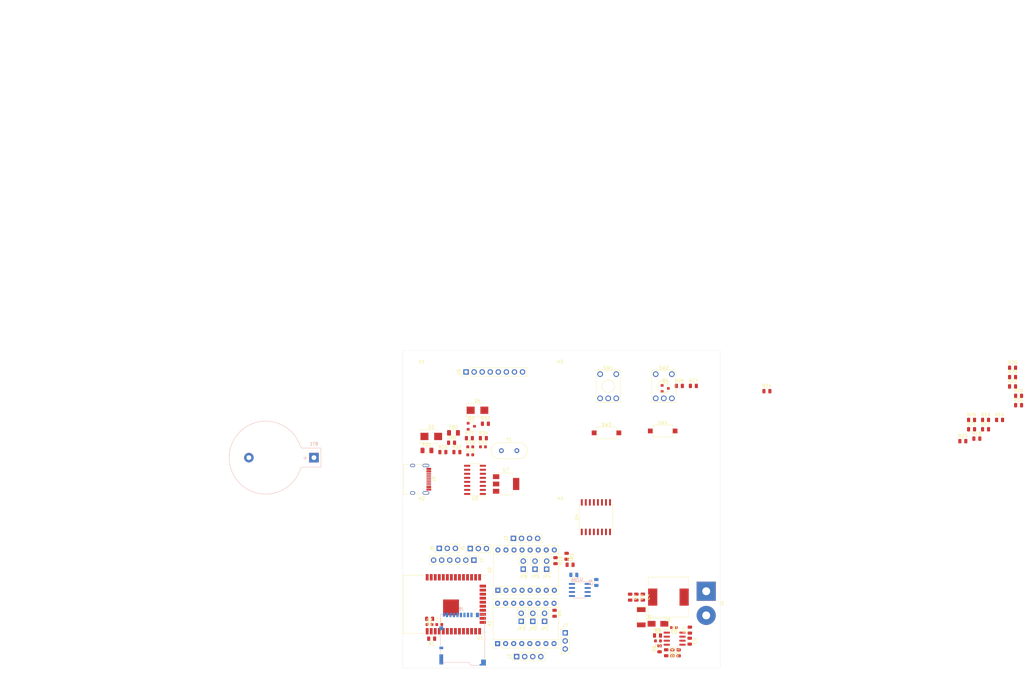
<source format=kicad_pcb>
(kicad_pcb (version 20171130) (host pcbnew 5.1.5)
  (layers (0 F.Cu signal) (31 B.Cu signal) (34 B.Paste user) (35 F.Paste user) (36 B.SilkS user) (37 F.SilkS user) (38 B.Mask user) (39 F.Mask user) (44 Edge.Cuts user))
  (net 0 "")
  (net 1 /DIR2)
  (net 2 +28V)
  (net 3 /STEP2)
  (net 4 GND)
  (net 5 "Net-(A1-Pad13)")
  (net 6 "Net-(A1-Pad6)")
  (net 7 "Net-(A1-Pad5)")
  (net 8 "Net-(A1-Pad12)")
  (net 9 "Net-(A1-Pad4)")
  (net 10 "Net-(A1-Pad11)")
  (net 11 "Net-(A1-Pad3)")
  (net 12 "Net-(A1-Pad10)")
  (net 13 +3V3)
  (net 14 /EN2)
  (net 15 /DIR1)
  (net 16 /STEP1)
  (net 17 "Net-(A2-Pad13)")
  (net 18 "Net-(A2-Pad6)")
  (net 19 "Net-(A2-Pad5)")
  (net 20 "Net-(A2-Pad12)")
  (net 21 "Net-(A2-Pad4)")
  (net 22 "Net-(A2-Pad11)")
  (net 23 "Net-(A2-Pad3)")
  (net 24 "Net-(A2-Pad10)")
  (net 25 /EN1)
  (net 26 "Net-(BT1-Pad1)")
  (net 27 /RTS)
  (net 28 "Net-(C5-Pad2)")
  (net 29 "Net-(C5-Pad1)")
  (net 30 "Net-(C8-Pad2)")
  (net 31 "Net-(C8-Pad1)")
  (net 32 /TX0)
  (net 33 /RX0)
  (net 34 /DTR)
  (net 35 /RX1)
  (net 36 /TX1)
  (net 37 /RX2)
  (net 38 /TX2)
  (net 39 /SCL)
  (net 40 /SDA)
  (net 41 /V_BAT_SENSE)
  (net 42 "Net-(R7-Pad2)")
  (net 43 "Net-(R11-Pad1)")
  (net 44 "Net-(R13-Pad2)")
  (net 45 "Net-(U1-Pad32)")
  (net 46 /RTC_RST)
  (net 47 "Net-(U1-Pad22)")
  (net 48 "Net-(U1-Pad21)")
  (net 49 "Net-(U1-Pad20)")
  (net 50 "Net-(U1-Pad19)")
  (net 51 "Net-(U1-Pad18)")
  (net 52 "Net-(U1-Pad17)")
  (net 53 "Net-(U2-Pad3)")
  (net 54 "Net-(U2-Pad1)")
  (net 55 "Net-(J8-Pad10)")
  (net 56 /SD_D1)
  (net 57 /SD_D0)
  (net 58 /SD_CLK)
  (net 59 /SD_CMD)
  (net 60 /SD_D3)
  (net 61 "Net-(J8-Pad9)")
  (net 62 /SD_D2)
  (net 63 /LCD_BACKLIGHT)
  (net 64 "Net-(Q1-Pad1)")
  (net 65 /PUSH1)
  (net 66 "Net-(R16-Pad1)")
  (net 67 /ROTARY2_A)
  (net 68 /ROTARY1_A)
  (net 69 /ROTARY2_B)
  (net 70 /ROTARY1_B)
  (net 71 /ROTARY1_PUSH)
  (net 72 /ROTARY2_PUSH)
  (net 73 /RST_5110)
  (net 74 /DC_5110)
  (net 75 /CE_5110)
  (net 76 /SPI_MOSI)
  (net 77 /SPI_SCK)
  (net 78 "Net-(U4-Pad13)")
  (net 79 "Net-(C10-Pad2)")
  (net 80 "Net-(C11-Pad1)")
  (net 81 "Net-(C12-Pad1)")
  (net 82 /USB_D+)
  (net 83 /USB_D-)
  (net 84 "Net-(FB1-Pad1)")
  (net 85 "Net-(FB2-Pad2)")
  (net 86 /VBUS)
  (net 87 /3.3V_USB)
  (net 88 "Net-(J9-PadA5)")
  (net 89 "Net-(J9-PadB5)")
  (net 90 "Net-(R32-Pad2)")
  (net 91 "Net-(U5-Pad15)")
  (net 92 "Net-(U5-Pad12)")
  (net 93 "Net-(U5-Pad11)")
  (net 94 "Net-(U5-Pad10)")
  (net 95 "Net-(U5-Pad9)")
  (net 96 "Net-(J9-PadB8)")
  (net 97 "Net-(J9-PadA8)")
  (module Connector_USB:USB_C_Receptacle_HRO_TYPE-C-31-M-12 (layer F.Cu) (at 65.8 87.7 270)
    (fp_text reference J9 (at 0 -5.645 90) (layer F.SilkS))
    (fp_text value USB_C_Receptacle_USB2.0)
    (pad B1 smd rect (at 3.25 -4.045 270) (size 0.6 1.45) (layers F.Cu F.Paste F.Mask) (net 84 "Net-(FB1-Pad1)"))
    (pad A9 smd rect (at 2.45 -4.045 270) (size 0.6 1.45) (layers F.Cu F.Paste F.Mask) (net 85 "Net-(FB2-Pad2)"))
    (pad B9 smd rect (at -2.45 -4.045 270) (size 0.6 1.45) (layers F.Cu F.Paste F.Mask) (net 85 "Net-(FB2-Pad2)"))
    (pad B12 smd rect (at -3.25 -4.045 270) (size 0.6 1.45) (layers F.Cu F.Paste F.Mask) (net 84 "Net-(FB1-Pad1)"))
    (pad A1 smd rect (at -3.25 -4.045 270) (size 0.6 1.45) (layers F.Cu F.Paste F.Mask) (net 84 "Net-(FB1-Pad1)"))
    (pad A4 smd rect (at -2.45 -4.045 270) (size 0.6 1.45) (layers F.Cu F.Paste F.Mask) (net 85 "Net-(FB2-Pad2)"))
    (pad B4 smd rect (at 2.45 -4.045 270) (size 0.6 1.45) (layers F.Cu F.Paste F.Mask) (net 85 "Net-(FB2-Pad2)"))
    (pad A12 smd rect (at 3.25 -4.045 270) (size 0.6 1.45) (layers F.Cu F.Paste F.Mask) (net 84 "Net-(FB1-Pad1)"))
    (pad B8 smd rect (at -1.75 -4.045 270) (size 0.3 1.45) (layers F.Cu F.Paste F.Mask) (net 96 "Net-(J9-PadB8)"))
    (pad A5 smd rect (at -1.25 -4.045 270) (size 0.3 1.45) (layers F.Cu F.Paste F.Mask) (net 88 "Net-(J9-PadA5)"))
    (pad B7 smd rect (at -0.75 -4.045 270) (size 0.3 1.45) (layers F.Cu F.Paste F.Mask) (net 83 /USB_D-))
    (pad A7 smd rect (at 0.25 -4.045 270) (size 0.3 1.45) (layers F.Cu F.Paste F.Mask) (net 83 /USB_D-))
    (pad B6 smd rect (at 0.75 -4.045 270) (size 0.3 1.45) (layers F.Cu F.Paste F.Mask) (net 82 /USB_D+))
    (pad A8 smd rect (at 1.25 -4.045 270) (size 0.3 1.45) (layers F.Cu F.Paste F.Mask) (net 97 "Net-(J9-PadA8)"))
    (pad B5 smd rect (at 1.75 -4.045 270) (size 0.3 1.45) (layers F.Cu F.Paste F.Mask) (net 89 "Net-(J9-PadB5)"))
    (pad A6 smd rect (at -0.25 -4.045 270) (size 0.3 1.45) (layers F.Cu F.Paste F.Mask) (net 82 /USB_D+))
    (pad S1 thru_hole oval (at 4.32 -3.13 270) (size 1 2.1) (drill oval 0.6 1.7) (layers *.Cu *.Mask) (net 79 "Net-(C10-Pad2)"))
    (pad S1 thru_hole oval (at -4.32 -3.13 270) (size 1 2.1) (drill oval 0.6 1.7) (layers *.Cu *.Mask) (net 79 "Net-(C10-Pad2)"))
    (pad "" np_thru_hole circle (at -2.89 -2.6 270) (size 0.65 0.65) (drill 0.65) (layers *.Cu *.Mask))
    (pad S1 thru_hole oval (at -4.32 1.05 270) (size 1 1.6) (drill oval 0.6 1.2) (layers *.Cu *.Mask) (net 79 "Net-(C10-Pad2)"))
    (pad "" np_thru_hole circle (at 2.89 -2.6 270) (size 0.65 0.65) (drill 0.65) (layers *.Cu *.Mask))
    (pad S1 thru_hole oval (at 4.32 1.05 270) (size 1 1.6) (drill oval 0.6 1.2) (layers *.Cu *.Mask) (net 79 "Net-(C10-Pad2)"))
  )
  (module Crystal:Crystal_HC49-4H_Vertical (layer F.Cu) (at 92.7 78.7)
    (fp_text reference Y1 (at 2.44 -3.525) (layer F.SilkS))
    (fp_text value 12MHz)
    (pad 2 thru_hole circle (at 4.88 0) (size 1.5 1.5) (drill 0.8) (layers *.Cu *.Mask) (net 81 "Net-(C12-Pad1)"))
    (pad 1 thru_hole circle (at 0 0) (size 1.5 1.5) (drill 0.8) (layers *.Cu *.Mask) (net 80 "Net-(C11-Pad1)"))
  )
  (module Package_TO_SOT_SMD:SOT-223 (layer F.Cu) (at 94.2 89.2)
    (fp_text reference U7 (at 0 -4.5) (layer F.SilkS))
    (fp_text value AMS1117)
    (pad 1 smd rect (at -3.15 -2.3) (size 2 1.5) (layers F.Cu F.Paste F.Mask) (net 90 "Net-(R32-Pad2)"))
    (pad 3 smd rect (at -3.15 2.3) (size 2 1.5) (layers F.Cu F.Paste F.Mask) (net 86 /VBUS))
    (pad 2 smd rect (at -3.15 0) (size 2 1.5) (layers F.Cu F.Paste F.Mask) (net 87 /3.3V_USB))
    (pad 4 smd rect (at 3.15 0) (size 2 3.8) (layers F.Cu F.Paste F.Mask) (net 87 /3.3V_USB))
  )
  (module Package_SO:SOIC-16_3.9x9.9mm_P1.27mm (layer F.Cu) (at 84.4 87.9 180)
    (fp_text reference U5 (at 0 -5.9) (layer F.SilkS))
    (fp_text value CH340G)
    (pad 16 smd roundrect (at 2.475 -4.445 180) (size 1.95 0.6) (layers F.Cu F.Paste F.Mask) (net 13 +3V3))
    (pad 15 smd roundrect (at 2.475 -3.175 180) (size 1.95 0.6) (layers F.Cu F.Paste F.Mask) (net 91 "Net-(U5-Pad15)"))
    (pad 14 smd roundrect (at 2.475 -1.905 180) (size 1.95 0.6) (layers F.Cu F.Paste F.Mask) (net 27 /RTS))
    (pad 13 smd roundrect (at 2.475 -0.635 180) (size 1.95 0.6) (layers F.Cu F.Paste F.Mask) (net 34 /DTR))
    (pad 12 smd roundrect (at 2.475 0.635 180) (size 1.95 0.6) (layers F.Cu F.Paste F.Mask) (net 92 "Net-(U5-Pad12)"))
    (pad 11 smd roundrect (at 2.475 1.905 180) (size 1.95 0.6) (layers F.Cu F.Paste F.Mask) (net 93 "Net-(U5-Pad11)"))
    (pad 10 smd roundrect (at 2.475 3.175 180) (size 1.95 0.6) (layers F.Cu F.Paste F.Mask) (net 94 "Net-(U5-Pad10)"))
    (pad 9 smd roundrect (at 2.475 4.445 180) (size 1.95 0.6) (layers F.Cu F.Paste F.Mask) (net 95 "Net-(U5-Pad9)"))
    (pad 8 smd roundrect (at -2.475 4.445 180) (size 1.95 0.6) (layers F.Cu F.Paste F.Mask) (net 81 "Net-(C12-Pad1)"))
    (pad 7 smd roundrect (at -2.475 3.175 180) (size 1.95 0.6) (layers F.Cu F.Paste F.Mask) (net 80 "Net-(C11-Pad1)"))
    (pad 6 smd roundrect (at -2.475 1.905 180) (size 1.95 0.6) (layers F.Cu F.Paste F.Mask) (net 83 /USB_D-))
    (pad 5 smd roundrect (at -2.475 0.635 180) (size 1.95 0.6) (layers F.Cu F.Paste F.Mask) (net 82 /USB_D+))
    (pad 4 smd roundrect (at -2.475 -0.635 180) (size 1.95 0.6) (layers F.Cu F.Paste F.Mask) (net 13 +3V3))
    (pad 3 smd roundrect (at -2.475 -1.905 180) (size 1.95 0.6) (layers F.Cu F.Paste F.Mask) (net 32 /TX0))
    (pad 2 smd roundrect (at -2.475 -3.175 180) (size 1.95 0.6) (layers F.Cu F.Paste F.Mask) (net 33 /RX0))
    (pad 1 smd roundrect (at -2.475 -4.445 180) (size 1.95 0.6) (layers F.Cu F.Paste F.Mask) (net 4 GND))
  )
  (module Resistor_SMD:R_0805_2012Metric (layer F.Cu) (at 87.04 74.77)
    (fp_text reference R34 (at 0 -1.65) (layer F.SilkS))
    (fp_text value R)
    (pad 2 smd roundrect (at 0.9375 0) (size 0.975 1.4) (layers F.Cu F.Paste F.Mask) (net 4 GND))
    (pad 1 smd roundrect (at -0.9375 0) (size 0.975 1.4) (layers F.Cu F.Paste F.Mask) (net 2 +28V))
  )
  (module Resistor_SMD:R_0805_2012Metric (layer F.Cu) (at 87.67 70.22)
    (fp_text reference R33 (at 0 -1.65) (layer F.SilkS))
    (fp_text value R)
    (pad 2 smd roundrect (at 0.9375 0) (size 0.975 1.4) (layers F.Cu F.Paste F.Mask) (net 4 GND))
    (pad 1 smd roundrect (at -0.9375 0) (size 0.975 1.4) (layers F.Cu F.Paste F.Mask) (net 90 "Net-(R32-Pad2)"))
  )
  (module Resistor_SMD:R_0805_2012Metric (layer F.Cu) (at 78.69 79.16)
    (fp_text reference R32 (at 0 -1.65) (layer F.SilkS))
    (fp_text value R)
    (pad 2 smd roundrect (at 0.9375 0) (size 0.975 1.4) (layers F.Cu F.Paste F.Mask) (net 90 "Net-(R32-Pad2)"))
    (pad 1 smd roundrect (at -0.9375 0) (size 0.975 1.4) (layers F.Cu F.Paste F.Mask) (net 87 /3.3V_USB))
  )
  (module Resistor_SMD:R_0805_2012Metric (layer F.Cu) (at 82.63 74.77)
    (fp_text reference R31 (at 0 -1.65) (layer F.SilkS))
    (fp_text value R)
    (pad 2 smd roundrect (at 0.9375 0) (size 0.975 1.4) (layers F.Cu F.Paste F.Mask) (net 89 "Net-(J9-PadB5)"))
    (pad 1 smd roundrect (at -0.9375 0) (size 0.975 1.4) (layers F.Cu F.Paste F.Mask) (net 4 GND))
  )
  (module Resistor_SMD:R_0805_2012Metric (layer F.Cu) (at 77.02 76.21)
    (fp_text reference R30 (at 0 -1.65) (layer F.SilkS))
    (fp_text value R)
    (pad 2 smd roundrect (at 0.9375 0) (size 0.975 1.4) (layers F.Cu F.Paste F.Mask) (net 88 "Net-(J9-PadA5)"))
    (pad 1 smd roundrect (at -0.9375 0) (size 0.975 1.4) (layers F.Cu F.Paste F.Mask) (net 4 GND))
  )
  (module Resistor_SMD:R_0805_2012Metric (layer F.Cu) (at 74.28 79.16)
    (fp_text reference R15 (at 0 -1.65) (layer F.SilkS))
    (fp_text value R)
    (pad 2 smd roundrect (at 0.9375 0) (size 0.975 1.4) (layers F.Cu F.Paste F.Mask) (net 4 GND))
    (pad 1 smd roundrect (at -0.9375 0) (size 0.975 1.4) (layers F.Cu F.Paste F.Mask) (net 79 "Net-(C10-Pad2)"))
  )
  (module Package_TO_SOT_SMD:SOT-23 (layer F.Cu) (at 83.24 71.02)
    (fp_text reference Q2 (at 0 -2.5) (layer F.SilkS))
    (fp_text value Q_PMOS_DGS)
    (pad 3 smd rect (at 1 0) (size 0.9 0.8) (layers F.Cu F.Paste F.Mask) (net 13 +3V3))
    (pad 2 smd rect (at -1 0.95) (size 0.9 0.8) (layers F.Cu F.Paste F.Mask) (net 2 +28V))
    (pad 1 smd rect (at -1 -0.95) (size 0.9 0.8) (layers F.Cu F.Paste F.Mask) (net 87 /3.3V_USB))
  )
  (module Inductor_SMD:L_1206_3216Metric (layer F.Cu) (at 77.62 73.09)
    (fp_text reference FB2 (at 0 -1.82) (layer F.SilkS))
    (fp_text value Ferrite_Bead)
    (pad 2 smd roundrect (at 1.4 0) (size 1.25 1.75) (layers F.Cu F.Paste F.Mask) (roundrect_rratio 0.2) (net 85 "Net-(FB2-Pad2)"))
    (pad 1 smd roundrect (at -1.4 0) (size 1.25 1.75) (layers F.Cu F.Paste F.Mask) (roundrect_rratio 0.2) (net 86 /VBUS))
  )
  (module Inductor_SMD:L_1206_3216Metric (layer F.Cu) (at 69.27 78.64)
    (fp_text reference FB1 (at 0 -1.82) (layer F.SilkS))
    (fp_text value Ferrite_Bead)
    (pad 2 smd roundrect (at 1.4 0) (size 1.25 1.75) (layers F.Cu F.Paste F.Mask) (roundrect_rratio 0.2) (net 4 GND))
    (pad 1 smd roundrect (at -1.4 0) (size 1.25 1.75) (layers F.Cu F.Paste F.Mask) (roundrect_rratio 0.2) (net 84 "Net-(FB1-Pad1)"))
  )
  (module Diode_SMD:D_SMB (layer F.Cu) (at 85.19 65.97)
    (fp_text reference D4 (at 0 -3) (layer F.SilkS))
    (fp_text value D_TVS)
    (pad 2 smd rect (at 2.15 0) (size 2.5 2.3) (layers F.Cu F.Paste F.Mask) (net 83 /USB_D-))
    (pad 1 smd rect (at -2.15 0) (size 2.5 2.3) (layers F.Cu F.Paste F.Mask) (net 4 GND))
  )
  (module Diode_SMD:D_SMB (layer F.Cu) (at 70.64 74.22)
    (fp_text reference D3 (at 0 -3) (layer F.SilkS))
    (fp_text value D_TVS)
    (pad 2 smd rect (at 2.15 0) (size 2.5 2.3) (layers F.Cu F.Paste F.Mask) (net 4 GND))
    (pad 1 smd rect (at -2.15 0) (size 2.5 2.3) (layers F.Cu F.Paste F.Mask) (net 82 /USB_D+))
  )
  (module Capacitor_SMD:C_0603_1608Metric (layer F.Cu) (at 82.9 80.01)
    (fp_text reference C12 (at 0 -1.43) (layer F.SilkS))
    (fp_text value C)
    (pad 2 smd roundrect (at 0.7875 0) (size 0.875 0.95) (layers F.Cu F.Paste F.Mask) (net 4 GND))
    (pad 1 smd roundrect (at -0.7875 0) (size 0.875 0.95) (layers F.Cu F.Paste F.Mask) (net 81 "Net-(C12-Pad1)"))
  )
  (module Capacitor_SMD:C_0603_1608Metric (layer F.Cu) (at 86.91 77.5)
    (fp_text reference C11 (at 0 -1.43) (layer F.SilkS))
    (fp_text value C)
    (pad 2 smd roundrect (at 0.7875 0) (size 0.875 0.95) (layers F.Cu F.Paste F.Mask) (net 4 GND))
    (pad 1 smd roundrect (at -0.7875 0) (size 0.875 0.95) (layers F.Cu F.Paste F.Mask) (net 80 "Net-(C11-Pad1)"))
  )
  (module Capacitor_SMD:C_0603_1608Metric (layer F.Cu) (at 82.9 77.5)
    (fp_text reference C10 (at 0 -1.43) (layer F.SilkS))
    (fp_text value 0.1µF)
    (pad 2 smd roundrect (at 0.7875 0) (size 0.875 0.95) (layers F.Cu F.Paste F.Mask) (net 79 "Net-(C10-Pad2)"))
    (pad 1 smd roundrect (at -0.7875 0) (size 0.875 0.95) (layers F.Cu F.Paste F.Mask) (net 4 GND))
  )
  (module MountingHole:MountingHole_2.2mm_M2 (layer F.Cu) (at 111.3 97)
    (fp_text reference H4 (at 0 -3.2) (layer F.SilkS))
    (fp_text value MountingHole)
    (pad 1 np_thru_hole circle (at 0 0) (size 2.2 2.2) (drill 2.2) (layers *.Cu *.Mask))
  )
  (module MountingHole:MountingHole_2.2mm_M2 (layer F.Cu) (at 111.2 53.9)
    (fp_text reference H3 (at 0 -3.2) (layer F.SilkS))
    (fp_text value MountingHole)
    (pad 1 np_thru_hole circle (at 0 0) (size 2.2 2.2) (drill 2.2) (layers *.Cu *.Mask))
  )
  (module MountingHole:MountingHole_2.2mm_M2 (layer F.Cu) (at 67.6 97)
    (fp_text reference H2 (at 0 -3.2) (layer F.SilkS))
    (fp_text value MountingHole)
    (pad 1 np_thru_hole circle (at 0 0) (size 2.2 2.2) (drill 2.2) (layers *.Cu *.Mask))
  )
  (module MountingHole:MountingHole_2.2mm_M2 (layer F.Cu) (at 67.6 53.9)
    (fp_text reference H1 (at 0 -3.2) (layer F.SilkS))
    (fp_text value MountingHole)
    (pad 1 np_thru_hole circle (at 0 0) (size 2.2 2.2) (drill 2.2) (layers *.Cu *.Mask))
  )
  (module Button_Switch_THT:KSA_Tactile_SPST (layer F.Cu) (at 141.3 54.6)
    (fp_text reference SW2 (at 2.54 -2) (layer F.SilkS))
    (fp_text value Rotary_Encoder_Switch)
    (pad 5 thru_hole circle (at 0 7.62) (size 1.778 1.778) (drill 1.143) (layers *.Cu *.Mask) (net 67 /ROTARY2_A))
    (pad 4 thru_hole circle (at 2.54 7.62) (size 1.778 1.778) (drill 1.143) (layers *.Cu *.Mask) (net 4 GND))
    (pad 3 thru_hole circle (at 5.08 7.62) (size 1.778 1.778) (drill 1.143) (layers *.Cu *.Mask) (net 69 /ROTARY2_B))
    (pad 2 thru_hole circle (at 5.08 0) (size 1.778 1.778) (drill 1.143) (layers *.Cu *.Mask) (net 4 GND))
    (pad 1 thru_hole circle (at 0 0) (size 1.778 1.778) (drill 1.143) (layers *.Cu *.Mask) (net 72 /ROTARY2_PUSH))
  )
  (module Button_Switch_THT:KSA_Tactile_SPST (layer F.Cu) (at 123.8 54.6)
    (fp_text reference SW1 (at 2.54 -2) (layer F.SilkS))
    (fp_text value Rotary_Encoder_Switch)
    (pad 5 thru_hole circle (at 0 7.62) (size 1.778 1.778) (drill 1.143) (layers *.Cu *.Mask) (net 68 /ROTARY1_A))
    (pad 4 thru_hole circle (at 2.54 7.62) (size 1.778 1.778) (drill 1.143) (layers *.Cu *.Mask) (net 4 GND))
    (pad 3 thru_hole circle (at 5.08 7.62) (size 1.778 1.778) (drill 1.143) (layers *.Cu *.Mask) (net 70 /ROTARY1_B))
    (pad 2 thru_hole circle (at 5.08 0) (size 1.778 1.778) (drill 1.143) (layers *.Cu *.Mask) (net 4 GND))
    (pad 1 thru_hole circle (at 0 0) (size 1.778 1.778) (drill 1.143) (layers *.Cu *.Mask) (net 71 /ROTARY1_PUSH))
  )
  (module Connector_PinHeader_2.54mm:PinHeader_1x08_P2.54mm_Vertical (layer F.Cu) (at 81.58 53.9 90)
    (fp_text reference U6 (at 0 -2.33 90) (layer F.SilkS))
    (fp_text value 5110)
    (pad 8 thru_hole oval (at 0 17.78 90) (size 1.7 1.7) (drill 1) (layers *.Cu *.Mask) (net 4 GND))
    (pad 7 thru_hole oval (at 0 15.24 90) (size 1.7 1.7) (drill 1) (layers *.Cu *.Mask) (net 66 "Net-(R16-Pad1)"))
    (pad 6 thru_hole oval (at 0 12.7 90) (size 1.7 1.7) (drill 1) (layers *.Cu *.Mask) (net 13 +3V3))
    (pad 5 thru_hole oval (at 0 10.16 90) (size 1.7 1.7) (drill 1) (layers *.Cu *.Mask) (net 77 /SPI_SCK))
    (pad 4 thru_hole oval (at 0 7.62 90) (size 1.7 1.7) (drill 1) (layers *.Cu *.Mask) (net 76 /SPI_MOSI))
    (pad 3 thru_hole oval (at 0 5.08 90) (size 1.7 1.7) (drill 1) (layers *.Cu *.Mask) (net 74 /DC_5110))
    (pad 2 thru_hole oval (at 0 2.54 90) (size 1.7 1.7) (drill 1) (layers *.Cu *.Mask) (net 75 /CE_5110))
    (pad 1 thru_hole rect (at 0 0 90) (size 1.7 1.7) (drill 1) (layers *.Cu *.Mask) (net 73 /RST_5110))
  )
  (module Package_SO:SOIC-16W_7.5x10.3mm_P1.27mm (layer F.Cu) (at 122.465 99.65 90)
    (fp_text reference U4 (at 0 -6.1 90) (layer F.SilkS))
    (fp_text value PCF8574)
    (pad 16 smd roundrect (at 4.65 -4.445 90) (size 2.05 0.6) (layers F.Cu F.Paste F.Mask) (net 13 +3V3))
    (pad 15 smd roundrect (at 4.65 -3.175 90) (size 2.05 0.6) (layers F.Cu F.Paste F.Mask) (net 40 /SDA))
    (pad 14 smd roundrect (at 4.65 -1.905 90) (size 2.05 0.6) (layers F.Cu F.Paste F.Mask) (net 39 /SCL))
    (pad 13 smd roundrect (at 4.65 -0.635 90) (size 2.05 0.6) (layers F.Cu F.Paste F.Mask) (net 78 "Net-(U4-Pad13)"))
    (pad 12 smd roundrect (at 4.65 0.635 90) (size 2.05 0.6) (layers F.Cu F.Paste F.Mask) (net 46 /RTC_RST))
    (pad 11 smd roundrect (at 4.65 1.905 90) (size 2.05 0.6) (layers F.Cu F.Paste F.Mask) (net 73 /RST_5110))
    (pad 10 smd roundrect (at 4.65 3.175 90) (size 2.05 0.6) (layers F.Cu F.Paste F.Mask) (net 69 /ROTARY2_B))
    (pad 9 smd roundrect (at 4.65 4.445 90) (size 2.05 0.6) (layers F.Cu F.Paste F.Mask) (net 70 /ROTARY1_B))
    (pad 8 smd roundrect (at -4.65 4.445 90) (size 2.05 0.6) (layers F.Cu F.Paste F.Mask) (net 4 GND))
    (pad 7 smd roundrect (at -4.65 3.175 90) (size 2.05 0.6) (layers F.Cu F.Paste F.Mask) (net 68 /ROTARY1_A))
    (pad 6 smd roundrect (at -4.65 1.905 90) (size 2.05 0.6) (layers F.Cu F.Paste F.Mask) (net 67 /ROTARY2_A))
    (pad 5 smd roundrect (at -4.65 0.635 90) (size 2.05 0.6) (layers F.Cu F.Paste F.Mask) (net 71 /ROTARY1_PUSH))
    (pad 4 smd roundrect (at -4.65 -0.635 90) (size 2.05 0.6) (layers F.Cu F.Paste F.Mask) (net 72 /ROTARY2_PUSH))
    (pad 3 smd roundrect (at -4.65 -1.905 90) (size 2.05 0.6) (layers F.Cu F.Paste F.Mask) (net 4 GND))
    (pad 2 smd roundrect (at -4.65 -3.175 90) (size 2.05 0.6) (layers F.Cu F.Paste F.Mask) (net 4 GND))
    (pad 1 smd roundrect (at -4.65 -4.445 90) (size 2.05 0.6) (layers F.Cu F.Paste F.Mask) (net 4 GND))
  )
  (module Button_Switch_SMD:SW_SPST_CK_RS282G05A3 (layer F.Cu) (at 143.5 72.5)
    (fp_text reference SW4 (at 0 -2.6) (layer F.SilkS))
    (fp_text value SW_Push)
    (pad 2 smd rect (at 3.9 0) (size 1.5 1.5) (layers F.Cu F.Paste F.Mask) (net 4 GND))
    (pad 1 smd rect (at -3.9 0) (size 1.5 1.5) (layers F.Cu F.Paste F.Mask) (net 34 /DTR))
  )
  (module Button_Switch_SMD:SW_SPST_CK_RS282G05A3 (layer F.Cu) (at 125.8 73.1)
    (fp_text reference SW3 (at 0 -2.6) (layer F.SilkS))
    (fp_text value SW_Push)
    (pad 2 smd rect (at 3.9 0) (size 1.5 1.5) (layers F.Cu F.Paste F.Mask) (net 4 GND))
    (pad 1 smd rect (at -3.9 0) (size 1.5 1.5) (layers F.Cu F.Paste F.Mask) (net 65 /PUSH1))
  )
  (module Resistor_SMD:R_0805_2012Metric (layer F.Cu) (at 253.66 55.53)
    (fp_text reference R29 (at 0 -1.65) (layer F.SilkS))
    (fp_text value 10k)
    (pad 2 smd roundrect (at 0.9375 0) (size 0.975 1.4) (layers F.Cu F.Paste F.Mask) (net 73 /RST_5110))
    (pad 1 smd roundrect (at -0.9375 0) (size 0.975 1.4) (layers F.Cu F.Paste F.Mask) (net 13 +3V3))
  )
  (module Resistor_SMD:R_0805_2012Metric (layer F.Cu) (at 148.75 58.3)
    (fp_text reference R28 (at 0 -1.65) (layer F.SilkS))
    (fp_text value 10k)
    (pad 2 smd roundrect (at 0.9375 0) (size 0.975 1.4) (layers F.Cu F.Paste F.Mask) (net 72 /ROTARY2_PUSH))
    (pad 1 smd roundrect (at -0.9375 0) (size 0.975 1.4) (layers F.Cu F.Paste F.Mask) (net 13 +3V3))
  )
  (module Resistor_SMD:R_0805_2012Metric (layer F.Cu) (at 153.16 58.3)
    (fp_text reference R27 (at 0 -1.65) (layer F.SilkS))
    (fp_text value 10k)
    (pad 2 smd roundrect (at 0.9375 0) (size 0.975 1.4) (layers F.Cu F.Paste F.Mask) (net 71 /ROTARY1_PUSH))
    (pad 1 smd roundrect (at -0.9375 0) (size 0.975 1.4) (layers F.Cu F.Paste F.Mask) (net 13 +3V3))
  )
  (module Resistor_SMD:R_0805_2012Metric (layer F.Cu) (at 253.66 52.58)
    (fp_text reference R26 (at 0 -1.65) (layer F.SilkS))
    (fp_text value 10k)
    (pad 2 smd roundrect (at 0.9375 0) (size 0.975 1.4) (layers F.Cu F.Paste F.Mask) (net 70 /ROTARY1_B))
    (pad 1 smd roundrect (at -0.9375 0) (size 0.975 1.4) (layers F.Cu F.Paste F.Mask) (net 13 +3V3))
  )
  (module Resistor_SMD:R_0805_2012Metric (layer F.Cu) (at 240.75 69.01)
    (fp_text reference R25 (at 0 -1.65) (layer F.SilkS))
    (fp_text value 10k)
    (pad 2 smd roundrect (at 0.9375 0) (size 0.975 1.4) (layers F.Cu F.Paste F.Mask) (net 69 /ROTARY2_B))
    (pad 1 smd roundrect (at -0.9375 0) (size 0.975 1.4) (layers F.Cu F.Paste F.Mask) (net 13 +3V3))
  )
  (module Resistor_SMD:R_0805_2012Metric (layer F.Cu) (at 176.31 59.96)
    (fp_text reference R24 (at 0 -1.65) (layer F.SilkS))
    (fp_text value 10k)
    (pad 2 smd roundrect (at 0.9375 0) (size 0.975 1.4) (layers F.Cu F.Paste F.Mask) (net 13 +3V3))
    (pad 1 smd roundrect (at -0.9375 0) (size 0.975 1.4) (layers F.Cu F.Paste F.Mask) (net 68 /ROTARY1_A))
  )
  (module Resistor_SMD:R_0805_2012Metric (layer F.Cu) (at 238 75.71)
    (fp_text reference R23 (at 0 -1.65) (layer F.SilkS))
    (fp_text value 10k)
    (pad 2 smd roundrect (at 0.9375 0) (size 0.975 1.4) (layers F.Cu F.Paste F.Mask) (net 13 +3V3))
    (pad 1 smd roundrect (at -0.9375 0) (size 0.975 1.4) (layers F.Cu F.Paste F.Mask) (net 67 /ROTARY2_A))
  )
  (module Resistor_SMD:R_0805_2012Metric (layer F.Cu) (at 253.66 58.48)
    (fp_text reference R22 (at 0 -1.65) (layer F.SilkS))
    (fp_text value 10k)
    (pad 2 smd roundrect (at 0.9375 0) (size 0.975 1.4) (layers F.Cu F.Paste F.Mask) (net 59 /SD_CMD))
    (pad 1 smd roundrect (at -0.9375 0) (size 0.975 1.4) (layers F.Cu F.Paste F.Mask) (net 13 +3V3))
  )
  (module Resistor_SMD:R_0805_2012Metric (layer F.Cu) (at 240.75 71.96)
    (fp_text reference R21 (at 0 -1.65) (layer F.SilkS))
    (fp_text value 10k)
    (pad 2 smd roundrect (at 0.9375 0) (size 0.975 1.4) (layers F.Cu F.Paste F.Mask) (net 58 /SD_CLK))
    (pad 1 smd roundrect (at -0.9375 0) (size 0.975 1.4) (layers F.Cu F.Paste F.Mask) (net 13 +3V3))
  )
  (module Resistor_SMD:R_0805_2012Metric (layer F.Cu) (at 255.56 61.43)
    (fp_text reference R20 (at 0 -1.65) (layer F.SilkS))
    (fp_text value 10k)
    (pad 2 smd roundrect (at 0.9375 0) (size 0.975 1.4) (layers F.Cu F.Paste F.Mask) (net 62 /SD_D2))
    (pad 1 smd roundrect (at -0.9375 0) (size 0.975 1.4) (layers F.Cu F.Paste F.Mask) (net 13 +3V3))
  )
  (module Resistor_SMD:R_0805_2012Metric (layer F.Cu) (at 245.16 69.01)
    (fp_text reference R19 (at 0 -1.65) (layer F.SilkS))
    (fp_text value 10k)
    (pad 2 smd roundrect (at 0.9375 0) (size 0.975 1.4) (layers F.Cu F.Paste F.Mask) (net 60 /SD_D3))
    (pad 1 smd roundrect (at -0.9375 0) (size 0.975 1.4) (layers F.Cu F.Paste F.Mask) (net 13 +3V3))
  )
  (module Resistor_SMD:R_0805_2012Metric (layer F.Cu) (at 242.41 74.91)
    (fp_text reference R18 (at 0 -1.65) (layer F.SilkS))
    (fp_text value 10k)
    (pad 2 smd roundrect (at 0.9375 0) (size 0.975 1.4) (layers F.Cu F.Paste F.Mask) (net 56 /SD_D1))
    (pad 1 smd roundrect (at -0.9375 0) (size 0.975 1.4) (layers F.Cu F.Paste F.Mask) (net 13 +3V3))
  )
  (module Resistor_SMD:R_0805_2012Metric (layer F.Cu) (at 245.16 71.96)
    (fp_text reference R17 (at 0 -1.65) (layer F.SilkS))
    (fp_text value 10k)
    (pad 2 smd roundrect (at 0.9375 0) (size 0.975 1.4) (layers F.Cu F.Paste F.Mask) (net 57 /SD_D0))
    (pad 1 smd roundrect (at -0.9375 0) (size 0.975 1.4) (layers F.Cu F.Paste F.Mask) (net 13 +3V3))
  )
  (module Resistor_SMD:R_0805_2012Metric (layer F.Cu) (at 255.56 64.38)
    (fp_text reference R16 (at 0 -1.65) (layer F.SilkS))
    (fp_text value R)
    (pad 2 smd roundrect (at 0.9375 0) (size 0.975 1.4) (layers F.Cu F.Paste F.Mask) (net 64 "Net-(Q1-Pad1)"))
    (pad 1 smd roundrect (at -0.9375 0) (size 0.975 1.4) (layers F.Cu F.Paste F.Mask) (net 66 "Net-(R16-Pad1)"))
  )
  (module Resistor_SMD:R_0805_2012Metric (layer F.Cu) (at 249.57 69.01)
    (fp_text reference R14 (at 0 -1.65) (layer F.SilkS))
    (fp_text value R)
    (pad 2 smd roundrect (at 0.9375 0) (size 0.975 1.4) (layers F.Cu F.Paste F.Mask) (net 65 /PUSH1))
    (pad 1 smd roundrect (at -0.9375 0) (size 0.975 1.4) (layers F.Cu F.Paste F.Mask) (net 13 +3V3))
  )
  (module Package_TO_SOT_SMD:SOT-23 (layer F.Cu) (at 144.32 59.1)
    (fp_text reference Q1 (at 0 -2.5) (layer F.SilkS))
    (fp_text value Q_PMOS_DGS)
    (pad 3 smd rect (at 1 0) (size 0.9 0.8) (layers F.Cu F.Paste F.Mask) (net 13 +3V3))
    (pad 2 smd rect (at -1 0.95) (size 0.9 0.8) (layers F.Cu F.Paste F.Mask) (net 63 /LCD_BACKLIGHT))
    (pad 1 smd rect (at -1 -0.95) (size 0.9 0.8) (layers F.Cu F.Paste F.Mask) (net 64 "Net-(Q1-Pad1)"))
  )
  (module Connector_Card:microSD_HC_Hirose_DM3BT-DSF-PEJS (layer B.Cu) (at 80.5 138.1 180)
    (fp_text reference J8 (at 0.425 9.525) (layer B.SilkS) (effects (justify mirror)))
    (fp_text value Micro_SD_Card_Det)
    (pad 11 smd rect (at -5.825 -7.825 135) (size 0.2 0.2) (layers B.Cu B.Paste B.Mask) (net 4 GND))
    (pad 10 smd rect (at 6.725 -2.775 180) (size 1.2 0.8) (layers B.Cu B.Paste B.Mask) (net 55 "Net-(J8-Pad10)"))
    (pad 11 smd rect (at -5.575 -8.075 180) (size 0.5 0.5) (layers B.Cu B.Paste B.Mask) (net 4 GND))
    (pad 8 smd rect (at 4.925 7.625 180) (size 0.7 1.4) (layers B.Cu B.Paste B.Mask) (net 56 /SD_D1))
    (pad 7 smd rect (at 3.825 7.625 180) (size 0.7 1.4) (layers B.Cu B.Paste B.Mask) (net 57 /SD_D0))
    (pad 6 smd rect (at 2.725 7.625 180) (size 0.7 1.4) (layers B.Cu B.Paste B.Mask) (net 4 GND))
    (pad 5 smd rect (at 1.625 7.625 180) (size 0.7 1.4) (layers B.Cu B.Paste B.Mask) (net 58 /SD_CLK))
    (pad 4 smd rect (at 0.525 7.625 180) (size 0.7 1.4) (layers B.Cu B.Paste B.Mask) (net 13 +3V3))
    (pad 3 smd rect (at -0.575 7.625 180) (size 0.7 1.4) (layers B.Cu B.Paste B.Mask) (net 59 /SD_CMD))
    (pad 2 smd rect (at -1.675 7.625 180) (size 0.7 1.4) (layers B.Cu B.Paste B.Mask) (net 60 /SD_D3))
    (pad 9 smd rect (at 5.875 7.725 180) (size 0.7 1.2) (layers B.Cu B.Paste B.Mask) (net 61 "Net-(J8-Pad9)"))
    (pad 11 smd rect (at 6.725 -6.375 180) (size 1.2 3.2) (layers B.Cu B.Paste B.Mask) (net 4 GND))
    (pad 11 smd rect (at 6.725 3.425 180) (size 1.2 1.2) (layers B.Cu B.Paste B.Mask) (net 4 GND))
    (pad 11 smd rect (at -4.675 7.625 180) (size 1 1.4) (layers B.Cu B.Paste B.Mask) (net 4 GND))
    (pad 11 smd rect (at -6.575 -7.375 180) (size 1.5 1.9) (layers B.Cu B.Paste B.Mask) (net 4 GND))
    (pad 1 smd rect (at -2.775 7.625 180) (size 0.7 1.4) (layers B.Cu B.Paste B.Mask) (net 62 /SD_D2))
  )
  (module Package_SO:SOIC-8_3.9x4.9mm_P1.27mm (layer F.Cu) (at 147.25 137.95)
    (fp_text reference U3 (at 0 -3.4) (layer F.SilkS))
    (fp_text value MP1584)
    (pad 8 smd roundrect (at 2.475 -1.905) (size 1.95 0.6) (layers F.Cu F.Paste F.Mask) (net 31 "Net-(C8-Pad1)"))
    (pad 7 smd roundrect (at 2.475 -0.635) (size 1.95 0.6) (layers F.Cu F.Paste F.Mask) (net 2 +28V))
    (pad 6 smd roundrect (at 2.475 0.635) (size 1.95 0.6) (layers F.Cu F.Paste F.Mask) (net 44 "Net-(R13-Pad2)"))
    (pad 5 smd roundrect (at 2.475 1.905) (size 1.95 0.6) (layers F.Cu F.Paste F.Mask) (net 4 GND))
    (pad 4 smd roundrect (at -2.475 1.905) (size 1.95 0.6) (layers F.Cu F.Paste F.Mask) (net 43 "Net-(R11-Pad1)"))
    (pad 3 smd roundrect (at -2.475 0.635) (size 1.95 0.6) (layers F.Cu F.Paste F.Mask) (net 29 "Net-(C5-Pad1)"))
    (pad 2 smd roundrect (at -2.475 -0.635) (size 1.95 0.6) (layers F.Cu F.Paste F.Mask) (net 42 "Net-(R7-Pad2)"))
    (pad 1 smd roundrect (at -2.475 -1.905) (size 1.95 0.6) (layers F.Cu F.Paste F.Mask) (net 30 "Net-(C8-Pad2)"))
  )
  (module Package_SO:SOIC-8_3.9x4.9mm_P1.27mm (layer B.Cu) (at 117.4 122.6 180)
    (fp_text reference U2 (at 0 3.4) (layer B.SilkS) (effects (justify mirror)))
    (fp_text value DS3231MZ)
    (pad 8 smd roundrect (at 2.475 1.905 180) (size 1.95 0.6) (layers B.Cu B.Paste B.Mask) (net 39 /SCL))
    (pad 7 smd roundrect (at 2.475 0.635 180) (size 1.95 0.6) (layers B.Cu B.Paste B.Mask) (net 40 /SDA))
    (pad 6 smd roundrect (at 2.475 -0.635 180) (size 1.95 0.6) (layers B.Cu B.Paste B.Mask) (net 26 "Net-(BT1-Pad1)"))
    (pad 5 smd roundrect (at 2.475 -1.905 180) (size 1.95 0.6) (layers B.Cu B.Paste B.Mask) (net 4 GND))
    (pad 4 smd roundrect (at -2.475 -1.905 180) (size 1.95 0.6) (layers B.Cu B.Paste B.Mask) (net 46 /RTC_RST))
    (pad 3 smd roundrect (at -2.475 -0.635 180) (size 1.95 0.6) (layers B.Cu B.Paste B.Mask) (net 53 "Net-(U2-Pad3)"))
    (pad 2 smd roundrect (at -2.475 0.635 180) (size 1.95 0.6) (layers B.Cu B.Paste B.Mask) (net 13 +3V3))
    (pad 1 smd roundrect (at -2.475 1.905 180) (size 1.95 0.6) (layers B.Cu B.Paste B.Mask) (net 54 "Net-(U2-Pad1)"))
  )
  (module RF_Module:ESP32-WROOM-32 (layer F.Cu) (at 77.6 127.1 90)
    (fp_text reference U1 (at -10.61 8.43) (layer F.SilkS))
    (fp_text value ESP32-WROOM-32U)
    (pad 38 smd rect (at 8.5 -8.255 90) (size 2 0.9) (layers F.Cu F.Paste F.Mask) (net 4 GND))
    (pad 37 smd rect (at 8.5 -6.985 90) (size 2 0.9) (layers F.Cu F.Paste F.Mask) (net 39 /SCL))
    (pad 36 smd rect (at 8.5 -5.715 90) (size 2 0.9) (layers F.Cu F.Paste F.Mask) (net 40 /SDA))
    (pad 35 smd rect (at 8.5 -4.445 90) (size 2 0.9) (layers F.Cu F.Paste F.Mask) (net 32 /TX0))
    (pad 34 smd rect (at 8.5 -3.175 90) (size 2 0.9) (layers F.Cu F.Paste F.Mask) (net 33 /RX0))
    (pad 33 smd rect (at 8.5 -1.905 90) (size 2 0.9) (layers F.Cu F.Paste F.Mask) (net 3 /STEP2))
    (pad 32 smd rect (at 8.5 -0.635 90) (size 2 0.9) (layers F.Cu F.Paste F.Mask) (net 45 "Net-(U1-Pad32)"))
    (pad 31 smd rect (at 8.5 0.635 90) (size 2 0.9) (layers F.Cu F.Paste F.Mask) (net 1 /DIR2))
    (pad 30 smd rect (at 8.5 1.905 90) (size 2 0.9) (layers F.Cu F.Paste F.Mask) (net 16 /STEP1))
    (pad 29 smd rect (at 8.5 3.175 90) (size 2 0.9) (layers F.Cu F.Paste F.Mask) (net 74 /DC_5110))
    (pad 28 smd rect (at 8.5 4.445 90) (size 2 0.9) (layers F.Cu F.Paste F.Mask) (net 15 /DIR1))
    (pad 27 smd rect (at 8.5 5.715 90) (size 2 0.9) (layers F.Cu F.Paste F.Mask) (net 75 /CE_5110))
    (pad 26 smd rect (at 8.5 6.985 90) (size 2 0.9) (layers F.Cu F.Paste F.Mask) (net 56 /SD_D1))
    (pad 25 smd rect (at 8.5 8.255 90) (size 2 0.9) (layers F.Cu F.Paste F.Mask) (net 34 /DTR))
    (pad 24 smd rect (at 5.715 9.255 180) (size 2 0.9) (layers F.Cu F.Paste F.Mask) (net 57 /SD_D0))
    (pad 23 smd rect (at 4.445 9.255 180) (size 2 0.9) (layers F.Cu F.Paste F.Mask) (net 59 /SD_CMD))
    (pad 22 smd rect (at 3.175 9.255 180) (size 2 0.9) (layers F.Cu F.Paste F.Mask) (net 47 "Net-(U1-Pad22)"))
    (pad 21 smd rect (at 1.905 9.255 180) (size 2 0.9) (layers F.Cu F.Paste F.Mask) (net 48 "Net-(U1-Pad21)"))
    (pad 20 smd rect (at 0.635 9.255 180) (size 2 0.9) (layers F.Cu F.Paste F.Mask) (net 49 "Net-(U1-Pad20)"))
    (pad 19 smd rect (at -0.635 9.255 180) (size 2 0.9) (layers F.Cu F.Paste F.Mask) (net 50 "Net-(U1-Pad19)"))
    (pad 18 smd rect (at -1.905 9.255 180) (size 2 0.9) (layers F.Cu F.Paste F.Mask) (net 51 "Net-(U1-Pad18)"))
    (pad 17 smd rect (at -3.175 9.255 180) (size 2 0.9) (layers F.Cu F.Paste F.Mask) (net 52 "Net-(U1-Pad17)"))
    (pad 16 smd rect (at -4.445 9.255 180) (size 2 0.9) (layers F.Cu F.Paste F.Mask) (net 60 /SD_D3))
    (pad 15 smd rect (at -5.715 9.255 180) (size 2 0.9) (layers F.Cu F.Paste F.Mask) (net 4 GND))
    (pad 14 smd rect (at -8.5 8.255 90) (size 2 0.9) (layers F.Cu F.Paste F.Mask) (net 62 /SD_D2))
    (pad 13 smd rect (at -8.5 6.985 90) (size 2 0.9) (layers F.Cu F.Paste F.Mask) (net 58 /SD_CLK))
    (pad 12 smd rect (at -8.5 5.715 90) (size 2 0.9) (layers F.Cu F.Paste F.Mask) (net 38 /TX2))
    (pad 11 smd rect (at -8.5 4.445 90) (size 2 0.9) (layers F.Cu F.Paste F.Mask) (net 63 /LCD_BACKLIGHT))
    (pad 10 smd rect (at -8.5 3.175 90) (size 2 0.9) (layers F.Cu F.Paste F.Mask) (net 36 /TX1))
    (pad 9 smd rect (at -8.5 1.905 90) (size 2 0.9) (layers F.Cu F.Paste F.Mask) (net 76 /SPI_MOSI))
    (pad 8 smd rect (at -8.5 0.635 90) (size 2 0.9) (layers F.Cu F.Paste F.Mask) (net 77 /SPI_SCK))
    (pad 7 smd rect (at -8.5 -0.635 90) (size 2 0.9) (layers F.Cu F.Paste F.Mask) (net 35 /RX1))
    (pad 6 smd rect (at -8.5 -1.905 90) (size 2 0.9) (layers F.Cu F.Paste F.Mask) (net 37 /RX2))
    (pad 5 smd rect (at -8.5 -3.175 90) (size 2 0.9) (layers F.Cu F.Paste F.Mask) (net 65 /PUSH1))
    (pad 4 smd rect (at -8.5 -4.445 90) (size 2 0.9) (layers F.Cu F.Paste F.Mask) (net 41 /V_BAT_SENSE))
    (pad 3 smd rect (at -8.5 -5.715 90) (size 2 0.9) (layers F.Cu F.Paste F.Mask) (net 27 /RTS))
    (pad 2 smd rect (at -8.5 -6.985 90) (size 2 0.9) (layers F.Cu F.Paste F.Mask) (net 13 +3V3))
    (pad 1 smd rect (at -8.5 -8.255 90) (size 2 0.9) (layers F.Cu F.Paste F.Mask) (net 4 GND))
    (pad 39 smd rect (at -1 -0.755 90) (size 5 5) (layers F.Cu F.Paste F.Mask) (net 4 GND))
  )
  (module Resistor_SMD:R_0805_2012Metric (layer F.Cu) (at 148.5 142.4125 90)
    (fp_text reference R13 (at 0 -1.65 90) (layer F.SilkS))
    (fp_text value 200k)
    (pad 2 smd roundrect (at 0.9375 0 90) (size 0.975 1.4) (layers F.Cu F.Paste F.Mask) (net 44 "Net-(R13-Pad2)"))
    (pad 1 smd roundrect (at -0.9375 0 90) (size 0.975 1.4) (layers F.Cu F.Paste F.Mask) (net 4 GND))
  )
  (module Resistor_SMD:R_0805_2012Metric (layer F.Cu) (at 144.6 142.3875 270)
    (fp_text reference R12 (at 0 -1.65 90) (layer F.SilkS))
    (fp_text value 40.2k)
    (pad 2 smd roundrect (at 0.9375 0 270) (size 0.975 1.4) (layers F.Cu F.Paste F.Mask) (net 4 GND))
    (pad 1 smd roundrect (at -0.9375 0 270) (size 0.975 1.4) (layers F.Cu F.Paste F.Mask) (net 43 "Net-(R11-Pad1)"))
  )
  (module Resistor_SMD:R_0805_2012Metric (layer F.Cu) (at 146.55 142.3875 270)
    (fp_text reference R11 (at 0 -1.65 90) (layer F.SilkS))
    (fp_text value R)
    (pad 2 smd roundrect (at 0.9375 0 270) (size 0.975 1.4) (layers F.Cu F.Paste F.Mask) (net 13 +3V3))
    (pad 1 smd roundrect (at -0.9375 0 270) (size 0.975 1.4) (layers F.Cu F.Paste F.Mask) (net 43 "Net-(R11-Pad1)"))
  )
  (module Resistor_SMD:R_0805_2012Metric (layer F.Cu) (at 109.75 113.3625 270)
    (fp_text reference R10 (at 0 -1.65 90) (layer F.SilkS))
    (fp_text value 100k)
    (pad 2 smd roundrect (at 0.9375 0 270) (size 0.975 1.4) (layers F.Cu F.Paste F.Mask) (net 13 +3V3))
    (pad 1 smd roundrect (at -0.9375 0 270) (size 0.975 1.4) (layers F.Cu F.Paste F.Mask) (net 25 /EN1))
  )
  (module Resistor_SMD:R_0805_2012Metric (layer F.Cu) (at 141.8625 136.95)
    (fp_text reference R9 (at 0 -1.65) (layer F.SilkS))
    (fp_text value 59k)
    (pad 2 smd roundrect (at 0.9375 0) (size 0.975 1.4) (layers F.Cu F.Paste F.Mask) (net 42 "Net-(R7-Pad2)"))
    (pad 1 smd roundrect (at -0.9375 0) (size 0.975 1.4) (layers F.Cu F.Paste F.Mask) (net 4 GND))
  )
  (module Resistor_SMD:R_0805_2012Metric (layer F.Cu) (at 142.5 141.1375 90)
    (fp_text reference R8 (at 0 -1.65 90) (layer F.SilkS))
    (fp_text value 100k)
    (pad 2 smd roundrect (at 0.9375 0 90) (size 0.975 1.4) (layers F.Cu F.Paste F.Mask) (net 28 "Net-(C5-Pad2)"))
    (pad 1 smd roundrect (at -0.9375 0 90) (size 0.975 1.4) (layers F.Cu F.Paste F.Mask) (net 4 GND))
  )
  (module Resistor_SMD:R_0805_2012Metric (layer F.Cu) (at 152.05 135.25 90)
    (fp_text reference R7 (at 0 -1.65 90) (layer F.SilkS))
    (fp_text value 100k)
    (pad 2 smd roundrect (at 0.9375 0 90) (size 0.975 1.4) (layers F.Cu F.Paste F.Mask) (net 42 "Net-(R7-Pad2)"))
    (pad 1 smd roundrect (at -0.9375 0 90) (size 0.975 1.4) (layers F.Cu F.Paste F.Mask) (net 2 +28V))
  )
  (module Resistor_SMD:R_0805_2012Metric (layer B.Cu) (at 115.5125 117.85)
    (fp_text reference R6 (at 0 1.65) (layer B.SilkS) (effects (justify mirror)))
    (fp_text value 10k)
    (pad 2 smd roundrect (at 0.9375 0) (size 0.975 1.4) (layers B.Cu B.Paste B.Mask) (net 39 /SCL))
    (pad 1 smd roundrect (at -0.9375 0) (size 0.975 1.4) (layers B.Cu B.Paste B.Mask) (net 13 +3V3))
  )
  (module Resistor_SMD:R_0805_2012Metric (layer B.Cu) (at 122.6 120.2375 270)
    (fp_text reference R5 (at 0 1.65 90) (layer B.SilkS) (effects (justify mirror)))
    (fp_text value 10k)
    (pad 2 smd roundrect (at 0.9375 0 270) (size 0.975 1.4) (layers B.Cu B.Paste B.Mask) (net 40 /SDA))
    (pad 1 smd roundrect (at -0.9375 0 270) (size 0.975 1.4) (layers B.Cu B.Paste B.Mask) (net 13 +3V3))
  )
  (module Resistor_SMD:R_0805_2012Metric (layer F.Cu) (at 109.45 129.95 270)
    (fp_text reference R4 (at 0 -1.65 270) (layer F.SilkS))
    (fp_text value 10k)
    (pad 2 smd roundrect (at 0.9375 0 270) (size 0.975 1.4) (layers F.Cu F.Paste F.Mask) (net 13 +3V3))
    (pad 1 smd roundrect (at -0.9375 0 270) (size 0.975 1.4) (layers F.Cu F.Paste F.Mask) (net 14 /EN2))
  )
  (module Resistor_SMD:R_0805_2012Metric (layer F.Cu) (at 113.25 111.9875 270)
    (fp_text reference R3 (at 0 -1.65 90) (layer F.SilkS))
    (fp_text value 10k)
    (pad 2 smd roundrect (at 0.9375 0 270) (size 0.975 1.4) (layers F.Cu F.Paste F.Mask) (net 41 /V_BAT_SENSE))
    (pad 1 smd roundrect (at -0.9375 0 270) (size 0.975 1.4) (layers F.Cu F.Paste F.Mask) (net 4 GND))
  )
  (module Resistor_SMD:R_0805_2012Metric (layer F.Cu) (at 114.3375 114.65)
    (fp_text reference R2 (at 0 -1.65) (layer F.SilkS))
    (fp_text value 240k)
    (pad 2 smd roundrect (at 0.9375 0) (size 0.975 1.4) (layers F.Cu F.Paste F.Mask) (net 2 +28V))
    (pad 1 smd roundrect (at -0.9375 0) (size 0.975 1.4) (layers F.Cu F.Paste F.Mask) (net 41 /V_BAT_SENSE))
  )
  (module Resistor_SMD:R_0805_2012Metric (layer F.Cu) (at 70.75 137.95 180)
    (fp_text reference R1 (at 0 -1.65) (layer F.SilkS))
    (fp_text value 10k)
    (pad 2 smd roundrect (at 0.9375 0 180) (size 0.975 1.4) (layers F.Cu F.Paste F.Mask) (net 13 +3V3))
    (pad 1 smd roundrect (at -0.9375 0 180) (size 0.975 1.4) (layers F.Cu F.Paste F.Mask) (net 27 /RTS))
  )
  (module Inductor_SMD:L_12x12mm_H6mm (layer F.Cu) (at 145.3 124.85 180)
    (fp_text reference L1 (at 0 -7.1) (layer F.SilkS))
    (fp_text value 22µH)
    (pad 2 smd rect (at 4.95 0 180) (size 2.9 5.4) (layers F.Cu F.Paste F.Mask) (net 13 +3V3))
    (pad 1 smd rect (at -4.95 0 180) (size 2.9 5.4) (layers F.Cu F.Paste F.Mask) (net 30 "Net-(C8-Pad2)"))
  )
  (module Connector_PinHeader_2.54mm:PinHeader_1x02_P2.54mm_Vertical (layer F.Cu) (at 99.6 116.04 180)
    (fp_text reference JP6 (at 0 -2.33) (layer F.SilkS))
    (fp_text value Jumper)
    (pad 2 thru_hole oval (at 0 2.54 180) (size 1.7 1.7) (drill 1) (layers *.Cu *.Mask) (net 20 "Net-(A2-Pad12)"))
    (pad 1 thru_hole rect (at 0 0 180) (size 1.7 1.7) (drill 1) (layers *.Cu *.Mask) (net 13 +3V3))
  )
  (module Connector_PinHeader_2.54mm:PinHeader_1x02_P2.54mm_Vertical (layer F.Cu) (at 103.3 116.05 180)
    (fp_text reference JP5 (at 0 -2.33) (layer F.SilkS))
    (fp_text value Jumper)
    (pad 2 thru_hole oval (at 0 2.54 180) (size 1.7 1.7) (drill 1) (layers *.Cu *.Mask) (net 22 "Net-(A2-Pad11)"))
    (pad 1 thru_hole rect (at 0 0 180) (size 1.7 1.7) (drill 1) (layers *.Cu *.Mask) (net 13 +3V3))
  )
  (module Connector_PinHeader_2.54mm:PinHeader_1x02_P2.54mm_Vertical (layer F.Cu) (at 106.95 116.05 180)
    (fp_text reference JP4 (at 0 -2.33) (layer F.SilkS))
    (fp_text value Jumper)
    (pad 2 thru_hole oval (at 0 2.54 180) (size 1.7 1.7) (drill 1) (layers *.Cu *.Mask) (net 24 "Net-(A2-Pad10)"))
    (pad 1 thru_hole rect (at 0 0 180) (size 1.7 1.7) (drill 1) (layers *.Cu *.Mask) (net 13 +3V3))
  )
  (module Connector_PinHeader_2.54mm:PinHeader_1x02_P2.54mm_Vertical (layer F.Cu) (at 98.95 132.49 180)
    (fp_text reference JP3 (at 0 -2.33) (layer F.SilkS))
    (fp_text value Jumper)
    (pad 2 thru_hole oval (at 0 2.54 180) (size 1.7 1.7) (drill 1) (layers *.Cu *.Mask) (net 8 "Net-(A1-Pad12)"))
    (pad 1 thru_hole rect (at 0 0 180) (size 1.7 1.7) (drill 1) (layers *.Cu *.Mask) (net 13 +3V3))
  )
  (module Connector_PinHeader_2.54mm:PinHeader_1x02_P2.54mm_Vertical (layer F.Cu) (at 102.6 132.5 180)
    (fp_text reference JP2 (at 0 -2.33) (layer F.SilkS))
    (fp_text value Jumper)
    (pad 2 thru_hole oval (at 0 2.54 180) (size 1.7 1.7) (drill 1) (layers *.Cu *.Mask) (net 10 "Net-(A1-Pad11)"))
    (pad 1 thru_hole rect (at 0 0 180) (size 1.7 1.7) (drill 1) (layers *.Cu *.Mask) (net 13 +3V3))
  )
  (module Connector_PinHeader_2.54mm:PinHeader_1x02_P2.54mm_Vertical (layer F.Cu) (at 106.3 132.49 180)
    (fp_text reference JP1 (at 0 -2.33) (layer F.SilkS))
    (fp_text value Jumper)
    (pad 2 thru_hole oval (at 0 2.54 180) (size 1.7 1.7) (drill 1) (layers *.Cu *.Mask) (net 12 "Net-(A1-Pad10)"))
    (pad 1 thru_hole rect (at 0 0 180) (size 1.7 1.7) (drill 1) (layers *.Cu *.Mask) (net 13 +3V3))
  )
  (module Connector_PinHeader_2.54mm:PinHeader_1x03_P2.54mm_Vertical (layer F.Cu) (at 112.8 136.12)
    (fp_text reference J7 (at 0 -2.33) (layer F.SilkS))
    (fp_text value I2C)
    (pad 3 thru_hole oval (at 0 5.08) (size 1.7 1.7) (drill 1) (layers *.Cu *.Mask) (net 4 GND))
    (pad 2 thru_hole oval (at 0 2.54) (size 1.7 1.7) (drill 1) (layers *.Cu *.Mask) (net 39 /SCL))
    (pad 1 thru_hole rect (at 0 0) (size 1.7 1.7) (drill 1) (layers *.Cu *.Mask) (net 40 /SDA))
  )
  (module Connector_PinHeader_2.54mm:PinHeader_1x03_P2.54mm_Vertical (layer F.Cu) (at 73.15 109.5 90)
    (fp_text reference J6 (at 0 -2.33 90) (layer F.SilkS))
    (fp_text value UART2)
    (pad 3 thru_hole oval (at 0 5.08 90) (size 1.7 1.7) (drill 1) (layers *.Cu *.Mask) (net 4 GND))
    (pad 2 thru_hole oval (at 0 2.54 90) (size 1.7 1.7) (drill 1) (layers *.Cu *.Mask) (net 37 /RX2))
    (pad 1 thru_hole rect (at 0 0 90) (size 1.7 1.7) (drill 1) (layers *.Cu *.Mask) (net 38 /TX2))
  )
  (module Connector_PinHeader_2.54mm:PinHeader_1x03_P2.54mm_Vertical (layer F.Cu) (at 82.91 109.55 90)
    (fp_text reference J5 (at 0 -2.33 90) (layer F.SilkS))
    (fp_text value UART1)
    (pad 3 thru_hole oval (at 0 5.08 90) (size 1.7 1.7) (drill 1) (layers *.Cu *.Mask) (net 4 GND))
    (pad 2 thru_hole oval (at 0 2.54 90) (size 1.7 1.7) (drill 1) (layers *.Cu *.Mask) (net 35 /RX1))
    (pad 1 thru_hole rect (at 0 0 90) (size 1.7 1.7) (drill 1) (layers *.Cu *.Mask) (net 36 /TX1))
  )
  (module Connector_Wire:SolderWirePad_1x02_P7.62mm_Drill2.5mm (layer F.Cu) (at 157.2 123 270)
    (fp_text reference J4 (at 3.81 -5.08 90) (layer F.SilkS))
    (fp_text value "input power")
    (pad 2 thru_hole circle (at 7.62 0 270) (size 5.99948 5.99948) (drill 2.49936) (layers *.Cu *.Mask) (net 4 GND))
    (pad 1 thru_hole rect (at 0 0 270) (size 5.99948 5.99948) (drill 2.49936) (layers *.Cu *.Mask) (net 2 +28V))
  )
  (module Connector_PinHeader_2.54mm:PinHeader_1x04_P2.54mm_Vertical (layer F.Cu) (at 96.5 106.35 90)
    (fp_text reference J3 (at 0 -2.33 90) (layer F.SilkS))
    (fp_text value Motor1)
    (pad 4 thru_hole oval (at 0 7.62 90) (size 1.7 1.7) (drill 1) (layers *.Cu *.Mask) (net 18 "Net-(A2-Pad6)"))
    (pad 3 thru_hole oval (at 0 5.08 90) (size 1.7 1.7) (drill 1) (layers *.Cu *.Mask) (net 19 "Net-(A2-Pad5)"))
    (pad 2 thru_hole oval (at 0 2.54 90) (size 1.7 1.7) (drill 1) (layers *.Cu *.Mask) (net 21 "Net-(A2-Pad4)"))
    (pad 1 thru_hole rect (at 0 0 90) (size 1.7 1.7) (drill 1) (layers *.Cu *.Mask) (net 23 "Net-(A2-Pad3)"))
  )
  (module Connector_PinHeader_2.54mm:PinHeader_1x04_P2.54mm_Vertical (layer F.Cu) (at 97.5 143.6 90)
    (fp_text reference J2 (at 0 -2.33 90) (layer F.SilkS))
    (fp_text value Motor2)
    (pad 4 thru_hole oval (at 0 7.62 90) (size 1.7 1.7) (drill 1) (layers *.Cu *.Mask) (net 6 "Net-(A1-Pad6)"))
    (pad 3 thru_hole oval (at 0 5.08 90) (size 1.7 1.7) (drill 1) (layers *.Cu *.Mask) (net 7 "Net-(A1-Pad5)"))
    (pad 2 thru_hole oval (at 0 2.54 90) (size 1.7 1.7) (drill 1) (layers *.Cu *.Mask) (net 9 "Net-(A1-Pad4)"))
    (pad 1 thru_hole rect (at 0 0 90) (size 1.7 1.7) (drill 1) (layers *.Cu *.Mask) (net 11 "Net-(A1-Pad3)"))
  )
  (module Connector_PinHeader_2.54mm:PinHeader_1x06_P2.54mm_Vertical (layer F.Cu) (at 84.05 113.2 270)
    (fp_text reference J1 (at 0 -2.33 90) (layer F.SilkS))
    (fp_text value Programming)
    (pad 6 thru_hole oval (at 0 12.7 270) (size 1.7 1.7) (drill 1) (layers *.Cu *.Mask) (net 32 /TX0))
    (pad 5 thru_hole oval (at 0 10.16 270) (size 1.7 1.7) (drill 1) (layers *.Cu *.Mask) (net 33 /RX0))
    (pad 4 thru_hole oval (at 0 7.62 270) (size 1.7 1.7) (drill 1) (layers *.Cu *.Mask) (net 27 /RTS))
    (pad 3 thru_hole oval (at 0 5.08 270) (size 1.7 1.7) (drill 1) (layers *.Cu *.Mask) (net 34 /DTR))
    (pad 2 thru_hole oval (at 0 2.54 270) (size 1.7 1.7) (drill 1) (layers *.Cu *.Mask) (net 13 +3V3))
    (pad 1 thru_hole rect (at 0 0 270) (size 1.7 1.7) (drill 1) (layers *.Cu *.Mask) (net 4 GND))
  )
  (module Diode_SMD:D_SMA (layer F.Cu) (at 142 133.25 180)
    (fp_text reference D2 (at 0 -2.5) (layer F.SilkS))
    (fp_text value D_Schottky)
    (pad 2 smd rect (at 2 0 180) (size 2.5 1.8) (layers F.Cu F.Paste F.Mask) (net 4 GND))
    (pad 1 smd rect (at -2 0 180) (size 2.5 1.8) (layers F.Cu F.Paste F.Mask) (net 30 "Net-(C8-Pad2)"))
  )
  (module Diode_SMD:D_MELF (layer F.Cu) (at 136.75 131.2 270)
    (fp_text reference D1 (at 0 -2.5 90) (layer F.SilkS))
    (fp_text value 3.5)
    (pad 2 smd rect (at 2.4 0 270) (size 1.5 2.7) (layers F.Cu F.Paste F.Mask) (net 4 GND))
    (pad 1 smd rect (at -2.4 0 270) (size 1.5 2.7) (layers F.Cu F.Paste F.Mask) (net 13 +3V3))
  )
  (module Capacitor_SMD:C_0805_2012Metric (layer F.Cu) (at 152 138.7375 270)
    (fp_text reference C9 (at 0 -1.65 90) (layer F.SilkS))
    (fp_text value 10µF)
    (pad 2 smd roundrect (at 0.9375 0 270) (size 0.975 1.4) (layers F.Cu F.Paste F.Mask) (net 4 GND))
    (pad 1 smd roundrect (at -0.9375 0 270) (size 0.975 1.4) (layers F.Cu F.Paste F.Mask) (net 2 +28V))
  )
  (module Capacitor_SMD:C_0603_1608Metric (layer F.Cu) (at 147.0625 134.45 180)
    (fp_text reference C8 (at 0 -1.43) (layer F.SilkS))
    (fp_text value 0.1µF)
    (pad 2 smd roundrect (at 0.7875 0 180) (size 0.875 0.95) (layers F.Cu F.Paste F.Mask) (net 30 "Net-(C8-Pad2)"))
    (pad 1 smd roundrect (at -0.7875 0 180) (size 0.875 0.95) (layers F.Cu F.Paste F.Mask) (net 31 "Net-(C8-Pad1)"))
  )
  (module Capacitor_SMD:C_0805_2012Metric (layer F.Cu) (at 133.25 124.8625 270)
    (fp_text reference C7 (at 0 -1.65 90) (layer F.SilkS))
    (fp_text value 10µF)
    (pad 2 smd roundrect (at 0.9375 0 270) (size 0.975 1.4) (layers F.Cu F.Paste F.Mask) (net 13 +3V3))
    (pad 1 smd roundrect (at -0.9375 0 270) (size 0.975 1.4) (layers F.Cu F.Paste F.Mask) (net 4 GND))
  )
  (module Capacitor_SMD:C_0805_2012Metric (layer F.Cu) (at 135.2 124.8625 270)
    (fp_text reference C6 (at 0 -1.65 90) (layer F.SilkS))
    (fp_text value 10µF)
    (pad 2 smd roundrect (at 0.9375 0 270) (size 0.975 1.4) (layers F.Cu F.Paste F.Mask) (net 13 +3V3))
    (pad 1 smd roundrect (at -0.9375 0 270) (size 0.975 1.4) (layers F.Cu F.Paste F.Mask) (net 4 GND))
  )
  (module Capacitor_SMD:C_0603_1608Metric (layer F.Cu) (at 142.0125 138.65 180)
    (fp_text reference C5 (at 0 -1.43) (layer F.SilkS))
    (fp_text value 150pF)
    (pad 2 smd roundrect (at 0.7875 0 180) (size 0.875 0.95) (layers F.Cu F.Paste F.Mask) (net 28 "Net-(C5-Pad2)"))
    (pad 1 smd roundrect (at -0.7875 0 180) (size 0.875 0.95) (layers F.Cu F.Paste F.Mask) (net 29 "Net-(C5-Pad1)"))
  )
  (module Capacitor_SMD:C_0805_2012Metric (layer F.Cu) (at 137.25 124.85 270)
    (fp_text reference C4 (at 0 -1.65 90) (layer F.SilkS))
    (fp_text value 10µF)
    (pad 2 smd roundrect (at 0.9375 0 270) (size 0.975 1.4) (layers F.Cu F.Paste F.Mask) (net 13 +3V3))
    (pad 1 smd roundrect (at -0.9375 0 270) (size 0.975 1.4) (layers F.Cu F.Paste F.Mask) (net 4 GND))
  )
  (module Capacitor_SMD:C_0603_1608Metric (layer F.Cu) (at 70.0625 133.5)
    (fp_text reference C3 (at 0 -1.43) (layer F.SilkS))
    (fp_text value 0.1µF)
    (pad 2 smd roundrect (at 0.7875 0) (size 0.875 0.95) (layers F.Cu F.Paste F.Mask) (net 13 +3V3))
    (pad 1 smd roundrect (at -0.7875 0) (size 0.875 0.95) (layers F.Cu F.Paste F.Mask) (net 4 GND))
  )
  (module Capacitor_SMD:C_0805_2012Metric (layer F.Cu) (at 70.1125 131.7 180)
    (fp_text reference C2 (at 0 -1.65) (layer F.SilkS))
    (fp_text value 10µF)
    (pad 2 smd roundrect (at 0.9375 0 180) (size 0.975 1.4) (layers F.Cu F.Paste F.Mask) (net 4 GND))
    (pad 1 smd roundrect (at -0.9375 0 180) (size 0.975 1.4) (layers F.Cu F.Paste F.Mask) (net 13 +3V3))
  )
  (module Capacitor_SMD:C_0603_1608Metric (layer F.Cu) (at 73.15 133.5)
    (fp_text reference C1 (at 0 -1.43) (layer F.SilkS))
    (fp_text value 0.1µF)
    (pad 2 smd roundrect (at 0.7875 0) (size 0.875 0.95) (layers F.Cu F.Paste F.Mask) (net 4 GND))
    (pad 1 smd roundrect (at -0.7875 0) (size 0.875 0.95) (layers F.Cu F.Paste F.Mask) (net 27 /RTS))
  )
  (module Battery:BatteryHolder_Keystone_103_1x20mm (layer B.Cu) (at 33.69 80.9 180)
    (fp_text reference BT1 (at 0 4.3 180) (layer B.SilkS) (effects (justify mirror)))
    (fp_text value Battery_Cell)
    (fp_text user + (at 2.75 0 180) (layer B.SilkS) (effects (font (size 1.5 1.5)) (justify mirror)))
    (pad 1 thru_hole rect (at 0 0 180) (size 3 3) (drill 1.5) (layers *.Cu *.Mask) (net 26 "Net-(BT1-Pad1)"))
    (pad 2 thru_hole circle (at 20.49 0 180) (size 3 3) (drill 1.5) (layers *.Cu *.Mask) (net 4 GND))
  )
  (module Module:Pololu_Breakout-16_15.2x20.3mm (layer F.Cu) (at 91.6 122.7 90)
    (fp_text reference A2 (at 6.35 -2.54 90) (layer F.SilkS))
    (fp_text value Pololu_Breakout_A4988)
    (pad 16 thru_hole oval (at 12.7 0 90) (size 1.6 1.6) (drill 0.8) (layers *.Cu *.Mask) (net 15 /DIR1))
    (pad 8 thru_hole oval (at 0 17.78 90) (size 1.6 1.6) (drill 0.8) (layers *.Cu *.Mask) (net 2 +28V))
    (pad 15 thru_hole oval (at 12.7 2.54 90) (size 1.6 1.6) (drill 0.8) (layers *.Cu *.Mask) (net 16 /STEP1))
    (pad 7 thru_hole oval (at 0 15.24 90) (size 1.6 1.6) (drill 0.8) (layers *.Cu *.Mask) (net 4 GND))
    (pad 14 thru_hole oval (at 12.7 5.08 90) (size 1.6 1.6) (drill 0.8) (layers *.Cu *.Mask) (net 17 "Net-(A2-Pad13)"))
    (pad 6 thru_hole oval (at 0 12.7 90) (size 1.6 1.6) (drill 0.8) (layers *.Cu *.Mask) (net 18 "Net-(A2-Pad6)"))
    (pad 13 thru_hole oval (at 12.7 7.62 90) (size 1.6 1.6) (drill 0.8) (layers *.Cu *.Mask) (net 17 "Net-(A2-Pad13)"))
    (pad 5 thru_hole oval (at 0 10.16 90) (size 1.6 1.6) (drill 0.8) (layers *.Cu *.Mask) (net 19 "Net-(A2-Pad5)"))
    (pad 12 thru_hole oval (at 12.7 10.16 90) (size 1.6 1.6) (drill 0.8) (layers *.Cu *.Mask) (net 20 "Net-(A2-Pad12)"))
    (pad 4 thru_hole oval (at 0 7.62 90) (size 1.6 1.6) (drill 0.8) (layers *.Cu *.Mask) (net 21 "Net-(A2-Pad4)"))
    (pad 11 thru_hole oval (at 12.7 12.7 90) (size 1.6 1.6) (drill 0.8) (layers *.Cu *.Mask) (net 22 "Net-(A2-Pad11)"))
    (pad 3 thru_hole oval (at 0 5.08 90) (size 1.6 1.6) (drill 0.8) (layers *.Cu *.Mask) (net 23 "Net-(A2-Pad3)"))
    (pad 10 thru_hole oval (at 12.7 15.24 90) (size 1.6 1.6) (drill 0.8) (layers *.Cu *.Mask) (net 24 "Net-(A2-Pad10)"))
    (pad 2 thru_hole oval (at 0 2.54 90) (size 1.6 1.6) (drill 0.8) (layers *.Cu *.Mask) (net 13 +3V3))
    (pad 9 thru_hole oval (at 12.7 17.78 90) (size 1.6 1.6) (drill 0.8) (layers *.Cu *.Mask) (net 25 /EN1))
    (pad 1 thru_hole rect (at 0 0 90) (size 1.6 1.6) (drill 0.8) (layers *.Cu *.Mask) (net 4 GND))
  )
  (module Module:Pololu_Breakout-16_15.2x20.3mm (layer F.Cu) (at 91.5 139.5 90)
    (fp_text reference A1 (at 6.35 -2.54 90) (layer F.SilkS))
    (fp_text value Pololu_Breakout_A4988)
    (pad 16 thru_hole oval (at 12.7 0 90) (size 1.6 1.6) (drill 0.8) (layers *.Cu *.Mask) (net 1 /DIR2))
    (pad 8 thru_hole oval (at 0 17.78 90) (size 1.6 1.6) (drill 0.8) (layers *.Cu *.Mask) (net 2 +28V))
    (pad 15 thru_hole oval (at 12.7 2.54 90) (size 1.6 1.6) (drill 0.8) (layers *.Cu *.Mask) (net 3 /STEP2))
    (pad 7 thru_hole oval (at 0 15.24 90) (size 1.6 1.6) (drill 0.8) (layers *.Cu *.Mask) (net 4 GND))
    (pad 14 thru_hole oval (at 12.7 5.08 90) (size 1.6 1.6) (drill 0.8) (layers *.Cu *.Mask) (net 5 "Net-(A1-Pad13)"))
    (pad 6 thru_hole oval (at 0 12.7 90) (size 1.6 1.6) (drill 0.8) (layers *.Cu *.Mask) (net 6 "Net-(A1-Pad6)"))
    (pad 13 thru_hole oval (at 12.7 7.62 90) (size 1.6 1.6) (drill 0.8) (layers *.Cu *.Mask) (net 5 "Net-(A1-Pad13)"))
    (pad 5 thru_hole oval (at 0 10.16 90) (size 1.6 1.6) (drill 0.8) (layers *.Cu *.Mask) (net 7 "Net-(A1-Pad5)"))
    (pad 12 thru_hole oval (at 12.7 10.16 90) (size 1.6 1.6) (drill 0.8) (layers *.Cu *.Mask) (net 8 "Net-(A1-Pad12)"))
    (pad 4 thru_hole oval (at 0 7.62 90) (size 1.6 1.6) (drill 0.8) (layers *.Cu *.Mask) (net 9 "Net-(A1-Pad4)"))
    (pad 11 thru_hole oval (at 12.7 12.7 90) (size 1.6 1.6) (drill 0.8) (layers *.Cu *.Mask) (net 10 "Net-(A1-Pad11)"))
    (pad 3 thru_hole oval (at 0 5.08 90) (size 1.6 1.6) (drill 0.8) (layers *.Cu *.Mask) (net 11 "Net-(A1-Pad3)"))
    (pad 10 thru_hole oval (at 12.7 15.24 90) (size 1.6 1.6) (drill 0.8) (layers *.Cu *.Mask) (net 12 "Net-(A1-Pad10)"))
    (pad 2 thru_hole oval (at 0 2.54 90) (size 1.6 1.6) (drill 0.8) (layers *.Cu *.Mask) (net 13 +3V3))
    (pad 9 thru_hole oval (at 12.7 17.78 90) (size 1.6 1.6) (drill 0.8) (layers *.Cu *.Mask) (net 14 /EN2))
    (pad 1 thru_hole rect (at 0 0 90) (size 1.6 1.6) (drill 0.8) (layers *.Cu *.Mask) (net 4 GND))
  )
  (gr_line (start 161.6 147.2) (end 161.6 47.2) (layer Edge.Cuts) (width 0.05))
  (gr_line (start 61.6 147.2) (end 161.6 147.2) (layer Edge.Cuts) (width 0.05))
  (gr_line (start 61.6 47.2) (end 61.6 147.2) (layer Edge.Cuts) (width 0.05))
  (gr_line (start 161.6 47.2) (end 61.6 47.2) (layer Edge.Cuts) (width 0.05))
)
</source>
